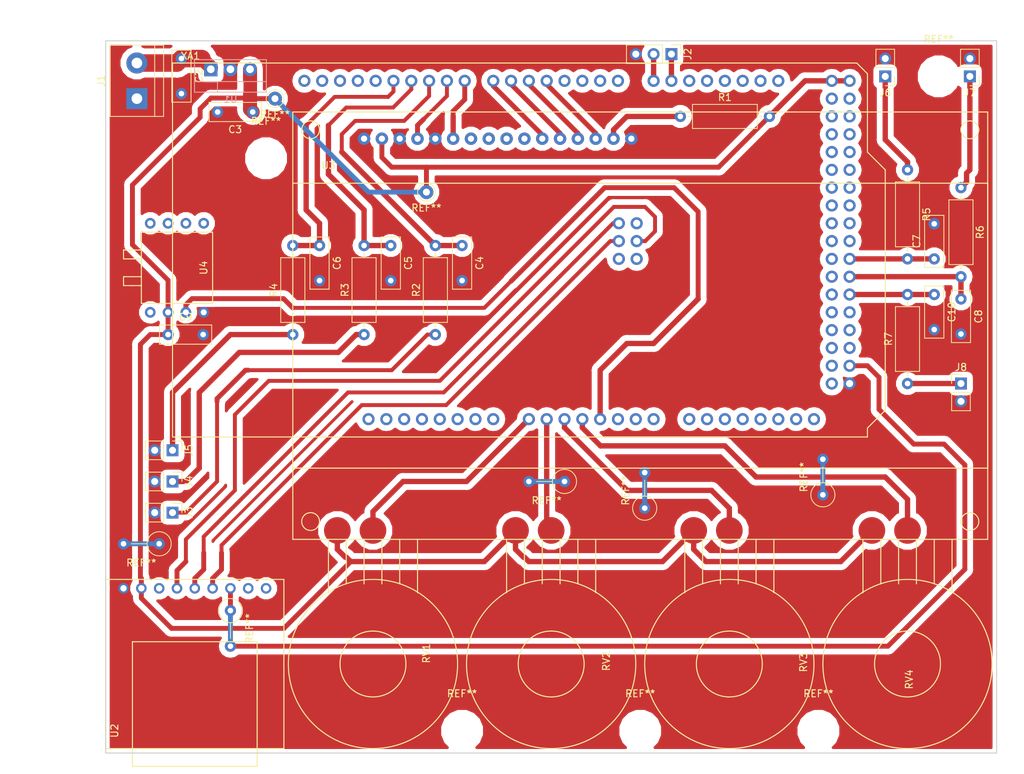
<source format=kicad_pcb>
(kicad_pcb (version 20171130) (host pcbnew 5.0.2+dfsg1-1~bpo9+1)
  (layers (0 F.Cu signal) (31 B.Cu signal) (34 B.Paste user) (35 F.Paste user) (36 B.SilkS user) (37 F.SilkS user) (38 B.Mask user) (39 F.Mask user) (44 Edge.Cuts user))
  (net 0 "")
  (net 1 "Net-(XA1-PadRST2)")
  (net 2 "Net-(XA1-PadGND4)")
  (net 3 "Net-(XA1-Pad5V2)")
  (net 4 "Net-(XA1-PadVIN)")
  (net 5 "Net-(XA1-PadGND3)")
  (net 6 "Net-(XA1-PadGND2)")
  (net 7 "Net-(XA1-Pad5V1)")
  (net 8 "Net-(XA1-Pad3V3)")
  (net 9 "Net-(XA1-PadRST1)")
  (net 10 "Net-(XA1-PadIORF)")
  (net 11 "Net-(XA1-PadD21)")
  (net 12 "Net-(XA1-PadD20)")
  (net 13 "Net-(XA1-PadD19)")
  (net 14 "Net-(XA1-PadD18)")
  (net 15 "Net-(XA1-PadD17)")
  (net 16 "Net-(XA1-PadD16)")
  (net 17 "Net-(XA1-PadD0)")
  (net 18 "Net-(XA1-PadD1)")
  (net 19 "Net-(XA1-PadD2)")
  (net 20 "Net-(XA1-PadD3)")
  (net 21 "Net-(XA1-PadGND1)")
  (net 22 "Net-(XA1-PadSCL)")
  (net 23 "Net-(XA1-PadSDA)")
  (net 24 "Net-(XA1-PadAREF)")
  (net 25 "Net-(XA1-PadD13)")
  (net 26 "Net-(XA1-PadA5)")
  (net 27 "Net-(XA1-PadA6)")
  (net 28 "Net-(XA1-PadA7)")
  (net 29 "Net-(XA1-PadA8)")
  (net 30 "Net-(XA1-PadA9)")
  (net 31 "Net-(XA1-PadA10)")
  (net 32 "Net-(XA1-PadA11)")
  (net 33 "Net-(XA1-PadA12)")
  (net 34 "Net-(XA1-PadA13)")
  (net 35 "Net-(XA1-PadA14)")
  (net 36 "Net-(XA1-PadA15)")
  (net 37 "Net-(XA1-PadD22)")
  (net 38 "Net-(XA1-PadD23)")
  (net 39 "Net-(XA1-PadD24)")
  (net 40 "Net-(XA1-PadD25)")
  (net 41 "Net-(XA1-PadD26)")
  (net 42 "Net-(XA1-PadD27)")
  (net 43 "Net-(XA1-PadD28)")
  (net 44 "Net-(XA1-PadD29)")
  (net 45 "Net-(XA1-PadD30)")
  (net 46 "Net-(XA1-PadD31)")
  (net 47 "Net-(XA1-PadD32)")
  (net 48 "Net-(XA1-PadD33)")
  (net 49 "Net-(XA1-PadD34)")
  (net 50 "Net-(XA1-PadD35)")
  (net 51 "Net-(XA1-PadD36)")
  (net 52 "Net-(XA1-PadD37)")
  (net 53 "Net-(XA1-PadD38)")
  (net 54 "Net-(XA1-PadD39)")
  (net 55 "Net-(XA1-PadD40)")
  (net 56 "Net-(XA1-PadD42)")
  (net 57 "Net-(XA1-PadD44)")
  (net 58 "Net-(XA1-PadD46)")
  (net 59 "Net-(XA1-PadD47)")
  (net 60 "Net-(XA1-PadD48)")
  (net 61 "Net-(XA1-PadD49)")
  (net 62 "Net-(XA1-PadD50)")
  (net 63 "Net-(XA1-PadD51)")
  (net 64 "Net-(XA1-PadD52)")
  (net 65 "Net-(XA1-PadGND5)")
  (net 66 +12V)
  (net 67 GND)
  (net 68 +5V)
  (net 69 /limSw)
  (net 70 /buzzer)
  (net 71 /errLight)
  (net 72 /button1)
  (net 73 /button2)
  (net 74 /roboClaw1)
  (net 75 /roboClaw2)
  (net 76 "Net-(J3-Pad1)")
  (net 77 "Net-(J4-Pad1)")
  (net 78 "Net-(J5-Pad1)")
  (net 79 "Net-(J6-Pad1)")
  (net 80 "Net-(J7-Pad1)")
  (net 81 "Net-(R1-Pad1)")
  (net 82 "Net-(U4-Pad1)")
  (net 83 "Net-(U4-Pad5)")
  (net 84 "Net-(U4-Pad6)")
  (net 85 /pressure)
  (net 86 "Net-(U4-Pad7)")
  (net 87 "Net-(U4-Pad8)")
  (net 88 /di)
  (net 89 /clk)
  (net 90 /pot1)
  (net 91 /db7)
  (net 92 /db6)
  (net 93 /db5)
  (net 94 /db4)
  (net 95 /e)
  (net 96 /rs)
  (net 97 /pot2)
  (net 98 /pot3)
  (net 99 /pot4)
  (net 100 /cs)
  (net 101 /do)
  (net 102 "Net-(U2-Pad1)")
  (net 103 "Net-(U2-Pad7)")
  (net 104 "Net-(U3-Pad7)")
  (net 105 "Net-(U3-Pad8)")
  (net 106 "Net-(U3-Pad9)")
  (net 107 "Net-(U3-Pad10)")
  (net 108 /button3)
  (net 109 "Net-(J8-Pad1)")
  (net 110 "Net-(U2-Pad2)")
  (module Resistor_THT:R_Axial_DIN0309_L9.0mm_D3.2mm_P5.08mm_Vertical (layer F.Cu) (at 47.625 107.315 270)
    (fp_text reference REF** (at 2.54 -2.72 270) (layer F.SilkS))
    (fp_text value R_Axial_DIN0309_L9.0mm_D3.2mm_P5.08mm_Vertical)
    (pad 1 thru_hole circle (at 0 0 270) (size 1.6 1.6) (drill 0.8) (layers *.Cu *.Mask) (net 100 /cs))
    (pad 2 thru_hole oval (at 5.08 0 270) (size 1.6 1.6) (drill 0.8) (layers *.Cu *.Mask) (net 100 /cs))
  )
  (module prototypeParts:microSDpololuBoard (layer F.Cu) (at 42.545 104.14 270)
    (fp_text reference U2 (at 20.32 11.43 270) (layer F.SilkS))
    (fp_text value microSDpololu)
    (pad 9 thru_hole circle (at 0 10.16 270) (size 1.5 1.5) (drill 0.9) (layers *.Cu *.Mask) (net 67 GND))
    (pad 8 thru_hole circle (at 0 7.62 270) (size 1.5 1.5) (drill 0.9) (layers *.Cu *.Mask) (net 68 +5V))
    (pad 7 thru_hole circle (at 0 5.08 270) (size 1.5 1.5) (drill 0.9) (layers *.Cu *.Mask) (net 103 "Net-(U2-Pad7)"))
    (pad 6 thru_hole circle (at 0 2.54 270) (size 1.5 1.5) (drill 0.9) (layers *.Cu *.Mask) (net 88 /di))
    (pad 5 thru_hole circle (at 0 0 270) (size 1.5 1.5) (drill 0.9) (layers *.Cu *.Mask) (net 101 /do))
    (pad 4 thru_hole circle (at 0 -2.54 270) (size 1.5 1.5) (drill 0.9) (layers *.Cu *.Mask) (net 89 /clk))
    (pad 3 thru_hole circle (at 0 -5.08 270) (size 1.5 1.5) (drill 0.9) (layers *.Cu *.Mask) (net 100 /cs))
    (pad 2 thru_hole circle (at 0 -7.62 270) (size 1.5 1.5) (drill 0.9) (layers *.Cu *.Mask) (net 110 "Net-(U2-Pad2)"))
    (pad 1 thru_hole circle (at 0 -10.16 270) (size 1.5 1.5) (drill 0.9) (layers *.Cu *.Mask) (net 102 "Net-(U2-Pad1)"))
  )
  (module Resistor_THT:R_Axial_DIN0309_L9.0mm_D3.2mm_P5.08mm_Vertical (layer F.Cu) (at 95.25 88.9 180)
    (fp_text reference REF** (at 2.54 -2.72 180) (layer F.SilkS))
    (fp_text value R_Axial_DIN0309_L9.0mm_D3.2mm_P5.08mm_Vertical)
    (pad 2 thru_hole oval (at 5.08 0 180) (size 1.6 1.6) (drill 0.8) (layers *.Cu *.Mask) (net 67 GND))
    (pad 1 thru_hole circle (at 0 0 180) (size 1.6 1.6) (drill 0.8) (layers *.Cu *.Mask) (net 67 GND))
  )
  (module Resistor_THT:R_Axial_DIN0309_L9.0mm_D3.2mm_P5.08mm_Vertical (layer F.Cu) (at 37.465 97.79 180)
    (fp_text reference REF** (at 2.54 -2.72 180) (layer F.SilkS))
    (fp_text value R_Axial_DIN0309_L9.0mm_D3.2mm_P5.08mm_Vertical)
    (pad 2 thru_hole oval (at 5.08 0 180) (size 1.6 1.6) (drill 0.8) (layers *.Cu *.Mask) (net 67 GND))
    (pad 1 thru_hole circle (at 0 0 180) (size 1.6 1.6) (drill 0.8) (layers *.Cu *.Mask) (net 67 GND))
  )
  (module Resistor_THT:R_Axial_DIN0309_L9.0mm_D3.2mm_P5.08mm_Vertical (layer F.Cu) (at 106.68 92.71 90)
    (fp_text reference REF** (at 2.54 -2.72 90) (layer F.SilkS))
    (fp_text value R_Axial_DIN0309_L9.0mm_D3.2mm_P5.08mm_Vertical)
    (pad 2 thru_hole oval (at 5.08 0 90) (size 1.6 1.6) (drill 0.8) (layers *.Cu *.Mask) (net 67 GND))
    (pad 1 thru_hole circle (at 0 0 90) (size 1.6 1.6) (drill 0.8) (layers *.Cu *.Mask) (net 67 GND))
  )
  (module Capacitor_THT:C_Rect_L7.2mm_W2.5mm_P5.00mm_FKS2_FKP2_MKS2_MKP2 (layer F.Cu) (at 60.325 55.245 270)
    (fp_text reference C6 (at 2.5 -2.5 270) (layer F.SilkS))
    (fp_text value C)
    (pad 2 thru_hole circle (at 5 0 270) (size 1.6 1.6) (drill 0.8) (layers *.Cu *.Mask) (net 67 GND))
    (pad 1 thru_hole circle (at 0 0 270) (size 1.6 1.6) (drill 0.8) (layers *.Cu *.Mask) (net 71 /errLight))
  )
  (module Capacitor_THT:C_Rect_L7.2mm_W2.5mm_P5.00mm_FKS2_FKP2_MKS2_MKP2 (layer F.Cu) (at 70.485 55.245 270)
    (fp_text reference C5 (at 2.5 -2.5 270) (layer F.SilkS))
    (fp_text value C)
    (pad 2 thru_hole circle (at 5 0 270) (size 1.6 1.6) (drill 0.8) (layers *.Cu *.Mask) (net 67 GND))
    (pad 1 thru_hole circle (at 0 0 270) (size 1.6 1.6) (drill 0.8) (layers *.Cu *.Mask) (net 70 /buzzer))
  )
  (module Capacitor_THT:C_Rect_L7.2mm_W2.5mm_P5.00mm_FKS2_FKP2_MKS2_MKP2 (layer F.Cu) (at 80.645 55.245 270)
    (fp_text reference C4 (at 2.5 -2.5 270) (layer F.SilkS))
    (fp_text value C)
    (pad 2 thru_hole circle (at 5 0 270) (size 1.6 1.6) (drill 0.8) (layers *.Cu *.Mask) (net 67 GND))
    (pad 1 thru_hole circle (at 0 0 270) (size 1.6 1.6) (drill 0.8) (layers *.Cu *.Mask) (net 69 /limSw))
  )
  (module Capacitor_THT:C_Rect_L7.2mm_W2.5mm_P5.00mm_FKS2_FKP2_MKS2_MKP2 (layer F.Cu) (at 40.64 28.575 270)
    (fp_text reference C2 (at 2.5 -2.5 270) (layer F.SilkS))
    (fp_text value C)
    (pad 2 thru_hole circle (at 5 0 270) (size 1.6 1.6) (drill 0.8) (layers *.Cu *.Mask) (net 67 GND))
    (pad 1 thru_hole circle (at 0 0 270) (size 1.6 1.6) (drill 0.8) (layers *.Cu *.Mask) (net 66 +12V))
  )
  (module Capacitor_THT:C_Rect_L7.2mm_W2.5mm_P5.00mm_FKS2_FKP2_MKS2_MKP2 (layer F.Cu) (at 50.8 36.195 180)
    (fp_text reference C3 (at 2.5 -2.5 180) (layer F.SilkS))
    (fp_text value C)
    (pad 2 thru_hole circle (at 5 0 180) (size 1.6 1.6) (drill 0.8) (layers *.Cu *.Mask) (net 67 GND))
    (pad 1 thru_hole circle (at 0 0 180) (size 1.6 1.6) (drill 0.8) (layers *.Cu *.Mask) (net 68 +5V))
  )
  (module Capacitor_THT:C_Rect_L7.2mm_W2.5mm_P5.00mm_FKS2_FKP2_MKS2_MKP2 (layer F.Cu) (at 147.955 57.15 90)
    (fp_text reference C7 (at 2.5 -2.5 90) (layer F.SilkS))
    (fp_text value C)
    (pad 2 thru_hole circle (at 5 0 90) (size 1.6 1.6) (drill 0.8) (layers *.Cu *.Mask) (net 67 GND))
    (pad 1 thru_hole circle (at 0 0 90) (size 1.6 1.6) (drill 0.8) (layers *.Cu *.Mask) (net 72 /button1))
  )
  (module Capacitor_THT:C_Rect_L7.2mm_W2.5mm_P5.00mm_FKS2_FKP2_MKS2_MKP2 (layer F.Cu) (at 151.765 62.865 270)
    (fp_text reference C8 (at 2.5 -2.5 270) (layer F.SilkS))
    (fp_text value C)
    (pad 2 thru_hole circle (at 5 0 270) (size 1.6 1.6) (drill 0.8) (layers *.Cu *.Mask) (net 67 GND))
    (pad 1 thru_hole circle (at 0 0 270) (size 1.6 1.6) (drill 0.8) (layers *.Cu *.Mask) (net 73 /button2))
  )
  (module Capacitor_THT:C_Rect_L7.2mm_W2.5mm_P5.00mm_FKS2_FKP2_MKS2_MKP2 (layer F.Cu) (at 38.735 67.945)
    (fp_text reference C9 (at 2.5 -2.5) (layer F.SilkS))
    (fp_text value C)
    (pad 2 thru_hole circle (at 5 0) (size 1.6 1.6) (drill 0.8) (layers *.Cu *.Mask) (net 67 GND))
    (pad 1 thru_hole circle (at 0 0) (size 1.6 1.6) (drill 0.8) (layers *.Cu *.Mask) (net 68 +5V))
  )
  (module TerminalBlock:TerminalBlock_bornier-2_P5.08mm (layer F.Cu) (at 34.29 34.29 90)
    (fp_text reference J1 (at 2.54 -5.08 90) (layer F.SilkS))
    (fp_text value Screw_Terminal_01x02)
    (pad 2 thru_hole circle (at 5.08 0 90) (size 3 3) (drill 1.52) (layers *.Cu *.Mask) (net 66 +12V))
    (pad 1 thru_hole rect (at 0 0 90) (size 3 3) (drill 1.52) (layers *.Cu *.Mask) (net 67 GND))
  )
  (module Connector_PinHeader_2.54mm:PinHeader_1x02_P2.54mm_Vertical (layer F.Cu) (at 39.37 93.345 270)
    (fp_text reference J3 (at 0 -2.33 270) (layer F.SilkS))
    (fp_text value Conn_01x02_Female)
    (pad 2 thru_hole oval (at 0 2.54 270) (size 1.7 1.7) (drill 1) (layers *.Cu *.Mask) (net 67 GND))
    (pad 1 thru_hole rect (at 0 0 270) (size 1.7 1.7) (drill 1) (layers *.Cu *.Mask) (net 76 "Net-(J3-Pad1)"))
  )
  (module Connector_PinHeader_2.54mm:PinHeader_1x02_P2.54mm_Vertical (layer F.Cu) (at 39.37 88.9 270)
    (fp_text reference J4 (at 0 -2.33 270) (layer F.SilkS))
    (fp_text value Conn_01x02_Female)
    (pad 2 thru_hole oval (at 0 2.54 270) (size 1.7 1.7) (drill 1) (layers *.Cu *.Mask) (net 67 GND))
    (pad 1 thru_hole rect (at 0 0 270) (size 1.7 1.7) (drill 1) (layers *.Cu *.Mask) (net 77 "Net-(J4-Pad1)"))
  )
  (module Connector_PinHeader_2.54mm:PinHeader_1x02_P2.54mm_Vertical (layer F.Cu) (at 39.37 84.455 270)
    (fp_text reference J5 (at 0 -2.33 270) (layer F.SilkS))
    (fp_text value Conn_01x02_Female)
    (pad 2 thru_hole oval (at 0 2.54 270) (size 1.7 1.7) (drill 1) (layers *.Cu *.Mask) (net 67 GND))
    (pad 1 thru_hole rect (at 0 0 270) (size 1.7 1.7) (drill 1) (layers *.Cu *.Mask) (net 78 "Net-(J5-Pad1)"))
  )
  (module Connector_PinHeader_2.54mm:PinHeader_1x02_P2.54mm_Vertical (layer F.Cu) (at 140.97 31.115 180)
    (fp_text reference J6 (at 0 -2.33 180) (layer F.SilkS))
    (fp_text value Conn_01x02_Female)
    (pad 2 thru_hole oval (at 0 2.54 180) (size 1.7 1.7) (drill 1) (layers *.Cu *.Mask) (net 67 GND))
    (pad 1 thru_hole rect (at 0 0 180) (size 1.7 1.7) (drill 1) (layers *.Cu *.Mask) (net 79 "Net-(J6-Pad1)"))
  )
  (module Connector_PinHeader_2.54mm:PinHeader_1x02_P2.54mm_Vertical (layer F.Cu) (at 153.035 31.115 180)
    (fp_text reference J7 (at 0 -2.33 180) (layer F.SilkS))
    (fp_text value Conn_01x02_Female)
    (pad 2 thru_hole oval (at 0 2.54 180) (size 1.7 1.7) (drill 1) (layers *.Cu *.Mask) (net 67 GND))
    (pad 1 thru_hole rect (at 0 0 180) (size 1.7 1.7) (drill 1) (layers *.Cu *.Mask) (net 80 "Net-(J7-Pad1)"))
  )
  (module Resistor_THT:R_Axial_DIN0309_L9.0mm_D3.2mm_P12.70mm_Horizontal (layer F.Cu) (at 111.76 36.83)
    (fp_text reference R1 (at 6.35 -2.72) (layer F.SilkS))
    (fp_text value R)
    (pad 2 thru_hole oval (at 12.7 0) (size 1.6 1.6) (drill 0.8) (layers *.Cu *.Mask) (net 68 +5V))
    (pad 1 thru_hole circle (at 0 0) (size 1.6 1.6) (drill 0.8) (layers *.Cu *.Mask) (net 81 "Net-(R1-Pad1)"))
  )
  (module Resistor_THT:R_Axial_DIN0309_L9.0mm_D3.2mm_P12.70mm_Horizontal (layer F.Cu) (at 76.835 67.945 90)
    (fp_text reference R2 (at 6.35 -2.72 90) (layer F.SilkS))
    (fp_text value R)
    (pad 2 thru_hole oval (at 12.7 0 90) (size 1.6 1.6) (drill 0.8) (layers *.Cu *.Mask) (net 69 /limSw))
    (pad 1 thru_hole circle (at 0 0 90) (size 1.6 1.6) (drill 0.8) (layers *.Cu *.Mask) (net 76 "Net-(J3-Pad1)"))
  )
  (module Resistor_THT:R_Axial_DIN0309_L9.0mm_D3.2mm_P12.70mm_Horizontal (layer F.Cu) (at 66.675 67.945 90)
    (fp_text reference R3 (at 6.35 -2.72 90) (layer F.SilkS))
    (fp_text value R)
    (pad 2 thru_hole oval (at 12.7 0 90) (size 1.6 1.6) (drill 0.8) (layers *.Cu *.Mask) (net 70 /buzzer))
    (pad 1 thru_hole circle (at 0 0 90) (size 1.6 1.6) (drill 0.8) (layers *.Cu *.Mask) (net 77 "Net-(J4-Pad1)"))
  )
  (module Resistor_THT:R_Axial_DIN0309_L9.0mm_D3.2mm_P12.70mm_Horizontal (layer F.Cu) (at 56.515 67.945 90)
    (fp_text reference R4 (at 6.35 -2.72 90) (layer F.SilkS))
    (fp_text value R)
    (pad 2 thru_hole oval (at 12.7 0 90) (size 1.6 1.6) (drill 0.8) (layers *.Cu *.Mask) (net 71 /errLight))
    (pad 1 thru_hole circle (at 0 0 90) (size 1.6 1.6) (drill 0.8) (layers *.Cu *.Mask) (net 78 "Net-(J5-Pad1)"))
  )
  (module Resistor_THT:R_Axial_DIN0309_L9.0mm_D3.2mm_P12.70mm_Horizontal (layer F.Cu) (at 144.145 44.45 270)
    (fp_text reference R5 (at 6.35 -2.72 270) (layer F.SilkS))
    (fp_text value R)
    (pad 2 thru_hole oval (at 12.7 0 270) (size 1.6 1.6) (drill 0.8) (layers *.Cu *.Mask) (net 72 /button1))
    (pad 1 thru_hole circle (at 0 0 270) (size 1.6 1.6) (drill 0.8) (layers *.Cu *.Mask) (net 79 "Net-(J6-Pad1)"))
  )
  (module Resistor_THT:R_Axial_DIN0309_L9.0mm_D3.2mm_P12.70mm_Horizontal (layer F.Cu) (at 151.765 46.99 270)
    (fp_text reference R6 (at 6.35 -2.72 270) (layer F.SilkS))
    (fp_text value R)
    (pad 2 thru_hole oval (at 12.7 0 270) (size 1.6 1.6) (drill 0.8) (layers *.Cu *.Mask) (net 73 /button2))
    (pad 1 thru_hole circle (at 0 0 270) (size 1.6 1.6) (drill 0.8) (layers *.Cu *.Mask) (net 80 "Net-(J7-Pad1)"))
  )
  (module prototypeParts:pot_panel_surface (layer F.Cu) (at 67.945 114.935 90)
    (fp_text reference RV1 (at 1.509999 7.62 90) (layer F.SilkS))
    (fp_text value R_POT_US)
    (pad 3 smd circle (at 19.05 5.08 90) (size 3.81 3.81) (layers F.Cu F.Paste F.Mask) (net 67 GND))
    (pad 2 smd circle (at 19.05 0 90) (size 3.81 3.81) (layers F.Cu F.Paste F.Mask) (net 90 /pot1))
    (pad 1 smd circle (at 19.05 -5.08 90) (size 3.81 3.81) (layers F.Cu F.Paste F.Mask) (net 68 +5V))
  )
  (module prototypeParts:pot_panel_surface (layer F.Cu) (at 93.345 114.935 90)
    (fp_text reference RV2 (at 0.409999 7.859999 90) (layer F.SilkS))
    (fp_text value R_POT_US)
    (pad 3 smd circle (at 19.05 5.08 90) (size 3.81 3.81) (layers F.Cu F.Paste F.Mask) (net 67 GND))
    (pad 2 smd circle (at 19.05 0 90) (size 3.81 3.81) (layers F.Cu F.Paste F.Mask) (net 97 /pot2))
    (pad 1 smd circle (at 19.05 -5.08 90) (size 3.81 3.81) (layers F.Cu F.Paste F.Mask) (net 68 +5V))
  )
  (module prototypeParts:pot_panel_surface (layer F.Cu) (at 118.745 114.935 90)
    (fp_text reference RV3 (at 0.239999 10.569999 90) (layer F.SilkS))
    (fp_text value R_POT_US)
    (pad 3 smd circle (at 19.05 5.08 90) (size 3.81 3.81) (layers F.Cu F.Paste F.Mask) (net 67 GND))
    (pad 2 smd circle (at 19.05 0 90) (size 3.81 3.81) (layers F.Cu F.Paste F.Mask) (net 98 /pot3))
    (pad 1 smd circle (at 19.05 -5.08 90) (size 3.81 3.81) (layers F.Cu F.Paste F.Mask) (net 68 +5V))
  )
  (module prototypeParts:pot_panel_surface (layer F.Cu) (at 144.145 114.935 90)
    (fp_text reference RV4 (at -2.200001 0.239999 90) (layer F.SilkS))
    (fp_text value R_POT_US)
    (pad 3 smd circle (at 19.05 5.08 90) (size 3.81 3.81) (layers F.Cu F.Paste F.Mask) (net 67 GND))
    (pad 2 smd circle (at 19.05 0 90) (size 3.81 3.81) (layers F.Cu F.Paste F.Mask) (net 99 /pot4))
    (pad 1 smd circle (at 19.05 -5.08 90) (size 3.81 3.81) (layers F.Cu F.Paste F.Mask) (net 68 +5V))
  )
  (module prototypeParts:lcd_4x20_screen_horizontal (layer F.Cu) (at 56.515 36.195)
    (fp_text reference U3 (at 5.08 7.62) (layer F.SilkS))
    (fp_text value NHD-0420AZ-FSW-GBW-33V3)
    (pad 16 thru_hole circle (at 48.26 3.81) (size 1.778 1.778) (drill 0.889) (layers *.Cu *.Mask) (net 67 GND))
    (pad 15 thru_hole circle (at 45.72 3.81) (size 1.778 1.778) (drill 0.889) (layers *.Cu *.Mask) (net 81 "Net-(R1-Pad1)"))
    (pad 14 thru_hole circle (at 43.18 3.81) (size 1.778 1.778) (drill 0.889) (layers *.Cu *.Mask) (net 91 /db7))
    (pad 13 thru_hole circle (at 40.64 3.81) (size 1.778 1.778) (drill 0.889) (layers *.Cu *.Mask) (net 92 /db6))
    (pad 12 thru_hole circle (at 38.1 3.81) (size 1.778 1.778) (drill 0.889) (layers *.Cu *.Mask) (net 93 /db5))
    (pad 11 thru_hole circle (at 35.56 3.81) (size 1.778 1.778) (drill 0.889) (layers *.Cu *.Mask) (net 94 /db4))
    (pad 10 thru_hole circle (at 33.02 3.81) (size 1.778 1.778) (drill 0.889) (layers *.Cu *.Mask) (net 107 "Net-(U3-Pad10)"))
    (pad 9 thru_hole circle (at 30.48 3.81) (size 1.778 1.778) (drill 0.889) (layers *.Cu *.Mask) (net 106 "Net-(U3-Pad9)"))
    (pad 8 thru_hole circle (at 27.94 3.81) (size 1.778 1.778) (drill 0.889) (layers *.Cu *.Mask) (net 105 "Net-(U3-Pad8)"))
    (pad 7 thru_hole circle (at 25.4 3.81) (size 1.778 1.778) (drill 0.889) (layers *.Cu *.Mask) (net 104 "Net-(U3-Pad7)"))
    (pad 6 thru_hole circle (at 22.86 3.81) (size 1.778 1.778) (drill 0.889) (layers *.Cu *.Mask) (net 95 /e))
    (pad 5 thru_hole circle (at 20.32 3.81) (size 1.778 1.778) (drill 0.889) (layers *.Cu *.Mask) (net 67 GND))
    (pad 4 thru_hole circle (at 17.78 3.81) (size 1.778 1.778) (drill 0.889) (layers *.Cu *.Mask) (net 96 /rs))
    (pad 3 thru_hole circle (at 15.24 3.81) (size 1.778 1.778) (drill 0.889) (layers *.Cu *.Mask) (net 67 GND))
    (pad 2 thru_hole circle (at 12.7 3.81) (size 1.778 1.778) (drill 0.889) (layers *.Cu *.Mask) (net 68 +5V))
    (pad 1 thru_hole circle (at 10.16 3.81) (size 1.778 1.778) (drill 0.889) (layers *.Cu *.Mask) (net 67 GND))
  )
  (module Capacitor_THT:C_Rect_L7.2mm_W2.5mm_P5.00mm_FKS2_FKP2_MKS2_MKP2 (layer F.Cu) (at 147.955 62.23 270)
    (fp_text reference C10 (at 2.5 -2.5 270) (layer F.SilkS))
    (fp_text value C)
    (pad 2 thru_hole circle (at 5 0 270) (size 1.6 1.6) (drill 0.8) (layers *.Cu *.Mask) (net 67 GND))
    (pad 1 thru_hole circle (at 0 0 270) (size 1.6 1.6) (drill 0.8) (layers *.Cu *.Mask) (net 108 /button3))
  )
  (module Connector_PinHeader_2.54mm:PinHeader_1x02_P2.54mm_Vertical (layer F.Cu) (at 151.765 74.93)
    (fp_text reference J8 (at 0 -2.33) (layer F.SilkS))
    (fp_text value Conn_01x02_Female)
    (pad 2 thru_hole oval (at 0 2.54) (size 1.7 1.7) (drill 1) (layers *.Cu *.Mask) (net 67 GND))
    (pad 1 thru_hole rect (at 0 0) (size 1.7 1.7) (drill 1) (layers *.Cu *.Mask) (net 109 "Net-(J8-Pad1)"))
  )
  (module Resistor_THT:R_Axial_DIN0309_L9.0mm_D3.2mm_P12.70mm_Horizontal (layer F.Cu) (at 144.145 74.93 90)
    (fp_text reference R7 (at 6.35 -2.72 90) (layer F.SilkS))
    (fp_text value R)
    (pad 2 thru_hole oval (at 12.7 0 90) (size 1.6 1.6) (drill 0.8) (layers *.Cu *.Mask) (net 108 /button3))
    (pad 1 thru_hole circle (at 0 0 90) (size 1.6 1.6) (drill 0.8) (layers *.Cu *.Mask) (net 109 "Net-(J8-Pad1)"))
  )
  (module Connector_PinHeader_2.54mm:PinHeader_1x03_P2.54mm_Vertical (layer F.Cu) (at 110.49 27.94 270)
    (fp_text reference J2 (at 0 -2.33 270) (layer F.SilkS))
    (fp_text value Conn_01x03_Female)
    (pad 3 thru_hole oval (at 0 5.08 270) (size 1.7 1.7) (drill 1) (layers *.Cu *.Mask) (net 67 GND))
    (pad 2 thru_hole oval (at 0 2.54 270) (size 1.7 1.7) (drill 1) (layers *.Cu *.Mask) (net 75 /roboClaw2))
    (pad 1 thru_hole rect (at 0 0 270) (size 1.7 1.7) (drill 1) (layers *.Cu *.Mask) (net 74 /roboClaw1))
  )
  (module prototypeParts:TO-220-3_Widened_Vertical (layer B.Cu) (at 45.085 30.099)
    (fp_text reference U1 (at 2.54 4.27) (layer B.SilkS) (effects (justify mirror)))
    (fp_text value L7805)
    (pad 3 thru_hole oval (at 5.334 0) (size 1.905 2) (drill 1.1) (layers *.Cu *.Mask) (net 68 +5V))
    (pad 2 thru_hole oval (at 2.54 0) (size 1.905 2) (drill 1.1) (layers *.Cu *.Mask) (net 67 GND))
    (pad 1 thru_hole rect (at -0.254 0) (size 1.905 2) (drill 1.1) (layers *.Cu *.Mask) (net 66 +12V))
  )
  (module ArduinoMegaHoleLess:Arduino_Mega2560_Shield (layer F.Cu) (at 39.37 82.55)
    (fp_text reference XA1 (at 2.54 -54.356) (layer F.SilkS))
    (fp_text value Arduino_Mega2560_Shield)
    (fp_text user . (at 62.484 -32.004) (layer F.SilkS))
    (pad MISO thru_hole oval (at 63.627 -30.48) (size 1.7272 1.7272) (drill 1.016) (layers *.Cu *.Mask) (net 101 /do))
    (pad GND6 thru_hole oval (at 96.52 -7.62) (size 1.7272 1.7272) (drill 1.016) (layers *.Cu *.Mask) (net 67 GND))
    (pad GND5 thru_hole oval (at 93.98 -7.62) (size 1.7272 1.7272) (drill 1.016) (layers *.Cu *.Mask) (net 65 "Net-(XA1-PadGND5)"))
    (pad D53 thru_hole oval (at 96.52 -10.16) (size 1.7272 1.7272) (drill 1.016) (layers *.Cu *.Mask) (net 100 /cs))
    (pad D52 thru_hole oval (at 93.98 -10.16) (size 1.7272 1.7272) (drill 1.016) (layers *.Cu *.Mask) (net 64 "Net-(XA1-PadD52)"))
    (pad D51 thru_hole oval (at 96.52 -12.7) (size 1.7272 1.7272) (drill 1.016) (layers *.Cu *.Mask) (net 63 "Net-(XA1-PadD51)"))
    (pad D50 thru_hole oval (at 93.98 -12.7) (size 1.7272 1.7272) (drill 1.016) (layers *.Cu *.Mask) (net 62 "Net-(XA1-PadD50)"))
    (pad D49 thru_hole oval (at 96.52 -15.24) (size 1.7272 1.7272) (drill 1.016) (layers *.Cu *.Mask) (net 61 "Net-(XA1-PadD49)"))
    (pad D48 thru_hole oval (at 93.98 -15.24) (size 1.7272 1.7272) (drill 1.016) (layers *.Cu *.Mask) (net 60 "Net-(XA1-PadD48)"))
    (pad D47 thru_hole oval (at 96.52 -17.78) (size 1.7272 1.7272) (drill 1.016) (layers *.Cu *.Mask) (net 59 "Net-(XA1-PadD47)"))
    (pad D46 thru_hole oval (at 93.98 -17.78) (size 1.7272 1.7272) (drill 1.016) (layers *.Cu *.Mask) (net 58 "Net-(XA1-PadD46)"))
    (pad D45 thru_hole oval (at 96.52 -20.32) (size 1.7272 1.7272) (drill 1.016) (layers *.Cu *.Mask) (net 108 /button3))
    (pad D44 thru_hole oval (at 93.98 -20.32) (size 1.7272 1.7272) (drill 1.016) (layers *.Cu *.Mask) (net 57 "Net-(XA1-PadD44)"))
    (pad D43 thru_hole oval (at 96.52 -22.86) (size 1.7272 1.7272) (drill 1.016) (layers *.Cu *.Mask) (net 73 /button2))
    (pad D42 thru_hole oval (at 93.98 -22.86) (size 1.7272 1.7272) (drill 1.016) (layers *.Cu *.Mask) (net 56 "Net-(XA1-PadD42)"))
    (pad D41 thru_hole oval (at 96.52 -25.4) (size 1.7272 1.7272) (drill 1.016) (layers *.Cu *.Mask) (net 72 /button1))
    (pad D40 thru_hole oval (at 93.98 -25.4) (size 1.7272 1.7272) (drill 1.016) (layers *.Cu *.Mask) (net 55 "Net-(XA1-PadD40)"))
    (pad D39 thru_hole oval (at 96.52 -27.94) (size 1.7272 1.7272) (drill 1.016) (layers *.Cu *.Mask) (net 54 "Net-(XA1-PadD39)"))
    (pad D38 thru_hole oval (at 93.98 -27.94) (size 1.7272 1.7272) (drill 1.016) (layers *.Cu *.Mask) (net 53 "Net-(XA1-PadD38)"))
    (pad D37 thru_hole oval (at 96.52 -30.48) (size 1.7272 1.7272) (drill 1.016) (layers *.Cu *.Mask) (net 52 "Net-(XA1-PadD37)"))
    (pad D36 thru_hole oval (at 93.98 -30.48) (size 1.7272 1.7272) (drill 1.016) (layers *.Cu *.Mask) (net 51 "Net-(XA1-PadD36)"))
    (pad D35 thru_hole oval (at 96.52 -33.02) (size 1.7272 1.7272) (drill 1.016) (layers *.Cu *.Mask) (net 50 "Net-(XA1-PadD35)"))
    (pad D34 thru_hole oval (at 93.98 -33.02) (size 1.7272 1.7272) (drill 1.016) (layers *.Cu *.Mask) (net 49 "Net-(XA1-PadD34)"))
    (pad D33 thru_hole oval (at 96.52 -35.56) (size 1.7272 1.7272) (drill 1.016) (layers *.Cu *.Mask) (net 48 "Net-(XA1-PadD33)"))
    (pad D32 thru_hole oval (at 93.98 -35.56) (size 1.7272 1.7272) (drill 1.016) (layers *.Cu *.Mask) (net 47 "Net-(XA1-PadD32)"))
    (pad D31 thru_hole oval (at 96.52 -38.1) (size 1.7272 1.7272) (drill 1.016) (layers *.Cu *.Mask) (net 46 "Net-(XA1-PadD31)"))
    (pad D30 thru_hole oval (at 93.98 -38.1) (size 1.7272 1.7272) (drill 1.016) (layers *.Cu *.Mask) (net 45 "Net-(XA1-PadD30)"))
    (pad D29 thru_hole oval (at 96.52 -40.64) (size 1.7272 1.7272) (drill 1.016) (layers *.Cu *.Mask) (net 44 "Net-(XA1-PadD29)"))
    (pad D28 thru_hole oval (at 93.98 -40.64) (size 1.7272 1.7272) (drill 1.016) (layers *.Cu *.Mask) (net 43 "Net-(XA1-PadD28)"))
    (pad D27 thru_hole oval (at 96.52 -43.18) (size 1.7272 1.7272) (drill 1.016) (layers *.Cu *.Mask) (net 42 "Net-(XA1-PadD27)"))
    (pad D26 thru_hole oval (at 93.98 -43.18) (size 1.7272 1.7272) (drill 1.016) (layers *.Cu *.Mask) (net 41 "Net-(XA1-PadD26)"))
    (pad D25 thru_hole oval (at 96.52 -45.72) (size 1.7272 1.7272) (drill 1.016) (layers *.Cu *.Mask) (net 40 "Net-(XA1-PadD25)"))
    (pad D24 thru_hole oval (at 93.98 -45.72) (size 1.7272 1.7272) (drill 1.016) (layers *.Cu *.Mask) (net 39 "Net-(XA1-PadD24)"))
    (pad D23 thru_hole oval (at 96.52 -48.26) (size 1.7272 1.7272) (drill 1.016) (layers *.Cu *.Mask) (net 38 "Net-(XA1-PadD23)"))
    (pad D22 thru_hole oval (at 93.98 -48.26) (size 1.7272 1.7272) (drill 1.016) (layers *.Cu *.Mask) (net 37 "Net-(XA1-PadD22)"))
    (pad 5V4 thru_hole oval (at 96.52 -50.8) (size 1.7272 1.7272) (drill 1.016) (layers *.Cu *.Mask) (net 68 +5V))
    (pad 5V3 thru_hole oval (at 93.98 -50.8) (size 1.7272 1.7272) (drill 1.016) (layers *.Cu *.Mask) (net 68 +5V))
    (pad A15 thru_hole oval (at 91.44 -2.54) (size 1.7272 1.7272) (drill 1.016) (layers *.Cu *.Mask) (net 36 "Net-(XA1-PadA15)"))
    (pad A14 thru_hole oval (at 88.9 -2.54) (size 1.7272 1.7272) (drill 1.016) (layers *.Cu *.Mask) (net 35 "Net-(XA1-PadA14)"))
    (pad A13 thru_hole oval (at 86.36 -2.54) (size 1.7272 1.7272) (drill 1.016) (layers *.Cu *.Mask) (net 34 "Net-(XA1-PadA13)"))
    (pad A12 thru_hole oval (at 83.82 -2.54) (size 1.7272 1.7272) (drill 1.016) (layers *.Cu *.Mask) (net 33 "Net-(XA1-PadA12)"))
    (pad A11 thru_hole oval (at 81.28 -2.54) (size 1.7272 1.7272) (drill 1.016) (layers *.Cu *.Mask) (net 32 "Net-(XA1-PadA11)"))
    (pad A10 thru_hole oval (at 78.74 -2.54) (size 1.7272 1.7272) (drill 1.016) (layers *.Cu *.Mask) (net 31 "Net-(XA1-PadA10)"))
    (pad A9 thru_hole oval (at 76.2 -2.54) (size 1.7272 1.7272) (drill 1.016) (layers *.Cu *.Mask) (net 30 "Net-(XA1-PadA9)"))
    (pad A8 thru_hole oval (at 73.66 -2.54) (size 1.7272 1.7272) (drill 1.016) (layers *.Cu *.Mask) (net 29 "Net-(XA1-PadA8)"))
    (pad A7 thru_hole oval (at 68.58 -2.54) (size 1.7272 1.7272) (drill 1.016) (layers *.Cu *.Mask) (net 28 "Net-(XA1-PadA7)"))
    (pad A6 thru_hole oval (at 66.04 -2.54) (size 1.7272 1.7272) (drill 1.016) (layers *.Cu *.Mask) (net 27 "Net-(XA1-PadA6)"))
    (pad A5 thru_hole oval (at 63.5 -2.54) (size 1.7272 1.7272) (drill 1.016) (layers *.Cu *.Mask) (net 26 "Net-(XA1-PadA5)"))
    (pad A4 thru_hole oval (at 60.96 -2.54) (size 1.7272 1.7272) (drill 1.016) (layers *.Cu *.Mask) (net 85 /pressure))
    (pad A3 thru_hole oval (at 58.42 -2.54) (size 1.7272 1.7272) (drill 1.016) (layers *.Cu *.Mask) (net 99 /pot4))
    (pad A2 thru_hole oval (at 55.88 -2.54) (size 1.7272 1.7272) (drill 1.016) (layers *.Cu *.Mask) (net 98 /pot3))
    (pad A1 thru_hole oval (at 53.34 -2.54) (size 1.7272 1.7272) (drill 1.016) (layers *.Cu *.Mask) (net 97 /pot2))
    (pad "" thru_hole oval (at 27.94 -2.54) (size 1.7272 1.7272) (drill 1.016) (layers *.Cu *.Mask))
    (pad D11 thru_hole oval (at 34.036 -50.8) (size 1.7272 1.7272) (drill 1.016) (layers *.Cu *.Mask) (net 70 /buzzer))
    (pad D12 thru_hole oval (at 31.496 -50.8) (size 1.7272 1.7272) (drill 1.016) (layers *.Cu *.Mask) (net 71 /errLight))
    (pad D13 thru_hole oval (at 28.956 -50.8) (size 1.7272 1.7272) (drill 1.016) (layers *.Cu *.Mask) (net 25 "Net-(XA1-PadD13)"))
    (pad AREF thru_hole oval (at 23.876 -50.8) (size 1.7272 1.7272) (drill 1.016) (layers *.Cu *.Mask) (net 24 "Net-(XA1-PadAREF)"))
    (pad SDA thru_hole oval (at 21.336 -50.8) (size 1.7272 1.7272) (drill 1.016) (layers *.Cu *.Mask) (net 23 "Net-(XA1-PadSDA)"))
    (pad SCL thru_hole oval (at 18.796 -50.8) (size 1.7272 1.7272) (drill 1.016) (layers *.Cu *.Mask) (net 22 "Net-(XA1-PadSCL)"))
    (pad D10 thru_hole oval (at 36.576 -50.8) (size 1.7272 1.7272) (drill 1.016) (layers *.Cu *.Mask) (net 69 /limSw))
    (pad D9 thru_hole oval (at 39.116 -50.8) (size 1.7272 1.7272) (drill 1.016) (layers *.Cu *.Mask) (net 96 /rs))
    (pad D8 thru_hole oval (at 41.656 -50.8) (size 1.7272 1.7272) (drill 1.016) (layers *.Cu *.Mask) (net 95 /e))
    (pad GND1 thru_hole oval (at 26.416 -50.8) (size 1.7272 1.7272) (drill 1.016) (layers *.Cu *.Mask) (net 21 "Net-(XA1-PadGND1)"))
    (pad D7 thru_hole oval (at 45.72 -50.8) (size 1.7272 1.7272) (drill 1.016) (layers *.Cu *.Mask) (net 94 /db4))
    (pad D6 thru_hole oval (at 48.26 -50.8) (size 1.7272 1.7272) (drill 1.016) (layers *.Cu *.Mask) (net 93 /db5))
    (pad D5 thru_hole oval (at 50.8 -50.8) (size 1.7272 1.7272) (drill 1.016) (layers *.Cu *.Mask) (net 92 /db6))
    (pad D4 thru_hole oval (at 53.34 -50.8) (size 1.7272 1.7272) (drill 1.016) (layers *.Cu *.Mask) (net 91 /db7))
    (pad D3 thru_hole oval (at 55.88 -50.8) (size 1.7272 1.7272) (drill 1.016) (layers *.Cu *.Mask) (net 20 "Net-(XA1-PadD3)"))
    (pad D2 thru_hole oval (at 58.42 -50.8) (size 1.7272 1.7272) (drill 1.016) (layers *.Cu *.Mask) (net 19 "Net-(XA1-PadD2)"))
    (pad D1 thru_hole oval (at 60.96 -50.8) (size 1.7272 1.7272) (drill 1.016) (layers *.Cu *.Mask) (net 18 "Net-(XA1-PadD1)"))
    (pad D0 thru_hole oval (at 63.5 -50.8) (size 1.7272 1.7272) (drill 1.016) (layers *.Cu *.Mask) (net 17 "Net-(XA1-PadD0)"))
    (pad D14 thru_hole oval (at 68.58 -50.8) (size 1.7272 1.7272) (drill 1.016) (layers *.Cu *.Mask) (net 75 /roboClaw2))
    (pad D15 thru_hole oval (at 71.12 -50.8) (size 1.7272 1.7272) (drill 1.016) (layers *.Cu *.Mask) (net 74 /roboClaw1))
    (pad D16 thru_hole oval (at 73.66 -50.8) (size 1.7272 1.7272) (drill 1.016) (layers *.Cu *.Mask) (net 16 "Net-(XA1-PadD16)"))
    (pad D17 thru_hole oval (at 76.2 -50.8) (size 1.7272 1.7272) (drill 1.016) (layers *.Cu *.Mask) (net 15 "Net-(XA1-PadD17)"))
    (pad D18 thru_hole oval (at 78.74 -50.8) (size 1.7272 1.7272) (drill 1.016) (layers *.Cu *.Mask) (net 14 "Net-(XA1-PadD18)"))
    (pad D19 thru_hole oval (at 81.28 -50.8) (size 1.7272 1.7272) (drill 1.016) (layers *.Cu *.Mask) (net 13 "Net-(XA1-PadD19)"))
    (pad D20 thru_hole oval (at 83.82 -50.8) (size 1.7272 1.7272) (drill 1.016) (layers *.Cu *.Mask) (net 12 "Net-(XA1-PadD20)"))
    (pad D21 thru_hole oval (at 86.36 -50.8) (size 1.7272 1.7272) (drill 1.016) (layers *.Cu *.Mask) (net 11 "Net-(XA1-PadD21)"))
    (pad IORF thru_hole oval (at 30.48 -2.54) (size 1.7272 1.7272) (drill 1.016) (layers *.Cu *.Mask) (net 10 "Net-(XA1-PadIORF)"))
    (pad RST1 thru_hole oval (at 33.02 -2.54) (size 1.7272 1.7272) (drill 1.016) (layers *.Cu *.Mask) (net 9 "Net-(XA1-PadRST1)"))
    (pad 3V3 thru_hole oval (at 35.56 -2.54) (size 1.7272 1.7272) (drill 1.016) (layers *.Cu *.Mask) (net 8 "Net-(XA1-Pad3V3)"))
    (pad 5V1 thru_hole oval (at 38.1 -2.54) (size 1.7272 1.7272) (drill 1.016) (layers *.Cu *.Mask) (net 7 "Net-(XA1-Pad5V1)"))
    (pad GND2 thru_hole oval (at 40.64 -2.54) (size 1.7272 1.7272) (drill 1.016) (layers *.Cu *.Mask) (net 6 "Net-(XA1-PadGND2)"))
    (pad GND3 thru_hole oval (at 43.18 -2.54) (size 1.7272 1.7272) (drill 1.016) (layers *.Cu *.Mask) (net 5 "Net-(XA1-PadGND3)"))
    (pad VIN thru_hole oval (at 45.72 -2.54) (size 1.7272 1.7272) (drill 1.016) (layers *.Cu *.Mask) (net 4 "Net-(XA1-PadVIN)"))
    (pad A0 thru_hole oval (at 50.8 -2.54) (size 1.7272 1.7272) (drill 1.016) (layers *.Cu *.Mask) (net 90 /pot1))
    (pad 5V2 thru_hole oval (at 66.167 -30.48) (size 1.7272 1.7272) (drill 1.016) (layers *.Cu *.Mask) (net 3 "Net-(XA1-Pad5V2)"))
    (pad SCK thru_hole oval (at 63.627 -27.94) (size 1.7272 1.7272) (drill 1.016) (layers *.Cu *.Mask) (net 89 /clk))
    (pad MOSI thru_hole oval (at 66.167 -27.94) (size 1.7272 1.7272) (drill 1.016) (layers *.Cu *.Mask) (net 88 /di))
    (pad GND4 thru_hole oval (at 66.167 -25.4) (size 1.7272 1.7272) (drill 1.016) (layers *.Cu *.Mask) (net 2 "Net-(XA1-PadGND4)"))
    (pad RST2 thru_hole oval (at 63.627 -25.4) (size 1.7272 1.7272) (drill 1.016) (layers *.Cu *.Mask) (net 1 "Net-(XA1-PadRST2)"))
  )
  (module MountingHole:MountingHole_4.3mm_M4 (layer F.Cu) (at 52.705 42.799)
    (fp_text reference REF** (at 0 -5.3) (layer F.SilkS))
    (fp_text value MountingHole_4.3mm_M4)
    (pad 1 np_thru_hole circle (at 0 0) (size 4.3 4.3) (drill 4.3) (layers *.Cu *.Mask))
  )
  (module MountingHole:MountingHole_4.3mm_M4 (layer F.Cu) (at 148.59 31.115)
    (fp_text reference REF** (at 0 -5.3) (layer F.SilkS))
    (fp_text value MountingHole_4.3mm_M4)
    (pad 1 np_thru_hole circle (at 0 0) (size 4.3 4.3) (drill 4.3) (layers *.Cu *.Mask))
  )
  (module MountingHole:MountingHole_4.3mm_M4 (layer F.Cu) (at 131.445 124.46)
    (fp_text reference REF** (at 0 -5.3) (layer F.SilkS))
    (fp_text value MountingHole_4.3mm_M4)
    (pad 1 np_thru_hole circle (at 0 0) (size 4.3 4.3) (drill 4.3) (layers *.Cu *.Mask))
  )
  (module MountingHole:MountingHole_4.3mm_M4 (layer F.Cu) (at 106.045 124.46)
    (fp_text reference REF** (at 0 -5.3) (layer F.SilkS))
    (fp_text value MountingHole_4.3mm_M4)
    (pad 1 np_thru_hole circle (at 0 0) (size 4.3 4.3) (drill 4.3) (layers *.Cu *.Mask))
  )
  (module MountingHole:MountingHole_4.3mm_M4 (layer F.Cu) (at 80.645 124.46)
    (fp_text reference REF** (at 0 -5.3) (layer F.SilkS))
    (fp_text value MountingHole_4.3mm_M4)
    (pad 1 np_thru_hole circle (at 0 0) (size 4.3 4.3) (drill 4.3) (layers *.Cu *.Mask))
  )
  (module Resistor_THT:R_Axial_DIN0309_L9.0mm_D3.2mm_P5.08mm_Vertical (layer F.Cu) (at 132.08 90.805 90)
    (fp_text reference REF** (at 2.54 -2.72 90) (layer F.SilkS))
    (fp_text value R_Axial_DIN0309_L9.0mm_D3.2mm_P5.08mm_Vertical)
    (pad 2 thru_hole oval (at 5.08 0 90) (size 1.6 1.6) (drill 0.8) (layers *.Cu *.Mask) (net 67 GND))
    (pad 1 thru_hole circle (at 0 0 90) (size 1.6 1.6) (drill 0.8) (layers *.Cu *.Mask) (net 67 GND))
  )
  (module prototypeParts:100MDA5_pressure_sensor (layer F.Cu) (at 36.195 64.77 90)
    (fp_text reference U4 (at 6.35 7.62 90) (layer F.SilkS))
    (fp_text value SSCDRRN100MDAA5)
    (pad 8 thru_hole circle (at 12.7 0 90) (size 1.524 1.524) (drill 0.85) (layers *.Cu *.Mask) (net 87 "Net-(U4-Pad8)"))
    (pad 7 thru_hole circle (at 12.7 2.54 90) (size 1.524 1.524) (drill 0.85) (layers *.Cu *.Mask) (net 86 "Net-(U4-Pad7)"))
    (pad 6 thru_hole circle (at 12.7 5.08 90) (size 1.524 1.524) (drill 0.85) (layers *.Cu *.Mask) (net 84 "Net-(U4-Pad6)"))
    (pad 5 thru_hole circle (at 12.7 7.62 90) (size 1.524 1.524) (drill 0.85) (layers *.Cu *.Mask) (net 83 "Net-(U4-Pad5)"))
    (pad 4 thru_hole circle (at 0 7.62 90) (size 1.524 1.524) (drill 0.85) (layers *.Cu *.Mask) (net 67 GND))
    (pad 3 thru_hole circle (at 0 5.08 90) (size 1.524 1.524) (drill 0.85) (layers *.Cu *.Mask) (net 85 /pressure))
    (pad 2 thru_hole circle (at 0 2.54 90) (size 1.524 1.524) (drill 0.85) (layers *.Cu *.Mask) (net 68 +5V))
    (pad 1 thru_hole circle (at 0 0 90) (size 1.524 1.524) (drill 0.85) (layers *.Cu *.Mask) (net 82 "Net-(U4-Pad1)"))
  )
  (module Connector_Pin:Pin_D1.0mm_L10.0mm (layer F.Cu) (at 75.565 47.625)
    (fp_text reference REF** (at 0 2.25) (layer F.SilkS))
    (fp_text value Pin_D1.0mm_L10.0mm)
    (pad 1 thru_hole circle (at 0 0) (size 2 2) (drill 1) (layers *.Cu *.Mask) (net 68 +5V))
  )
  (module Connector_Pin:Pin_D1.0mm_L10.0mm (layer F.Cu) (at 53.975 34.29)
    (fp_text reference REF** (at 0 2.25) (layer F.SilkS))
    (fp_text value Pin_D1.0mm_L10.0mm)
    (pad 1 thru_hole circle (at 0 0) (size 2 2) (drill 1) (layers *.Cu *.Mask) (net 68 +5V))
  )
  (gr_line (start 29.845 127.635) (end 29.845 26.035) (layer Edge.Cuts) (width 0.15))
  (gr_line (start 156.845 127.635) (end 29.845 127.635) (layer Edge.Cuts) (width 0.15))
  (gr_line (start 156.845 26.035) (end 156.845 127.635) (layer Edge.Cuts) (width 0.15))
  (gr_line (start 29.845 26.035) (end 156.845 26.035) (layer Edge.Cuts) (width 0.15))
  (segment (start 40.005 29.21) (end 40.64 28.575) (width 2.5) (layer F.Cu) (net 66))
  (segment (start 34.29 29.21) (end 40.005 29.21) (width 2.5) (layer F.Cu) (net 66))
  (segment (start 40.64 28.575) (end 43.561 28.575) (width 2.5) (layer F.Cu) (net 66))
  (segment (start 44.831 29.845) (end 43.561 28.575) (width 2) (layer F.Cu) (net 66))
  (segment (start 44.831 30.099) (end 44.831 29.845) (width 2) (layer F.Cu) (net 66))
  (segment (start 90.17 88.9) (end 95.25 88.9) (width 0.7) (layer B.Cu) (net 67))
  (segment (start 106.68 92.71) (end 106.68 87.63) (width 0.7) (layer B.Cu) (net 67))
  (segment (start 132.08 90.805) (end 132.08 85.725) (width 0.7) (layer B.Cu) (net 67))
  (segment (start 32.385 97.79) (end 37.465 97.79) (width 0.7) (layer B.Cu) (net 67))
  (segment (start 132.715 31.75) (end 133.35 31.75) (width 0.762) (layer F.Cu) (net 68))
  (segment (start 133.35 31.75) (end 135.89 31.75) (width 0.762) (layer F.Cu) (net 68))
  (segment (start 62.865 98.579076) (end 63.980924 99.695) (width 0.762) (layer F.Cu) (net 68))
  (segment (start 62.865 95.885) (end 62.865 98.579076) (width 0.762) (layer F.Cu) (net 68))
  (segment (start 63.980924 99.695) (end 64.135 99.695) (width 0.762) (layer F.Cu) (net 68))
  (segment (start 64.135 99.695) (end 64.77 100.33) (width 0.762) (layer F.Cu) (net 68))
  (segment (start 83.82 100.33) (end 88.265 95.885) (width 0.762) (layer F.Cu) (net 68))
  (segment (start 64.77 100.33) (end 83.82 100.33) (width 0.762) (layer F.Cu) (net 68))
  (segment (start 88.265 98.579076) (end 89.380924 99.695) (width 0.762) (layer F.Cu) (net 68))
  (segment (start 88.265 95.885) (end 88.265 98.579076) (width 0.762) (layer F.Cu) (net 68))
  (segment (start 89.380924 99.695) (end 89.535 99.695) (width 0.762) (layer F.Cu) (net 68))
  (segment (start 89.535 99.695) (end 90.17 100.33) (width 0.762) (layer F.Cu) (net 68))
  (segment (start 109.22 100.33) (end 113.665 95.885) (width 0.762) (layer F.Cu) (net 68))
  (segment (start 90.17 100.33) (end 109.22 100.33) (width 0.762) (layer F.Cu) (net 68))
  (segment (start 113.665 98.579076) (end 115.415924 100.33) (width 0.762) (layer F.Cu) (net 68))
  (segment (start 113.665 95.885) (end 113.665 98.579076) (width 0.762) (layer F.Cu) (net 68))
  (segment (start 134.62 100.33) (end 139.065 95.885) (width 0.762) (layer F.Cu) (net 68))
  (segment (start 115.415924 100.33) (end 134.62 100.33) (width 0.762) (layer F.Cu) (net 68))
  (segment (start 129.54 31.75) (end 133.35 31.75) (width 0.762) (layer F.Cu) (net 68))
  (segment (start 124.46 36.83) (end 129.54 31.75) (width 0.762) (layer F.Cu) (net 68))
  (segment (start 43.307 36.957) (end 33.655 46.609) (width 0.7) (layer F.Cu) (net 68))
  (segment (start 33.655 46.609) (end 33.655 55.118) (width 0.7) (layer F.Cu) (net 68))
  (segment (start 44.845663 34.206799) (end 50.081799 34.206799) (width 0.7) (layer F.Cu) (net 68))
  (segment (start 43.307 35.745462) (end 44.845663 34.206799) (width 0.7) (layer F.Cu) (net 68))
  (segment (start 43.307 36.957) (end 43.307 35.745462) (width 0.7) (layer F.Cu) (net 68))
  (segment (start 124.46 36.83) (end 117.221 44.069) (width 0.7) (layer F.Cu) (net 68))
  (segment (start 69.215 42.672) (end 69.215 40.005) (width 0.7) (layer F.Cu) (net 68))
  (segment (start 70.612 44.069) (end 69.215 42.672) (width 0.7) (layer F.Cu) (net 68))
  (segment (start 50.419 35.814) (end 50.8 36.195) (width 2) (layer F.Cu) (net 68))
  (segment (start 34.925 102.725787) (end 34.925 104.14) (width 0.7) (layer F.Cu) (net 68))
  (segment (start 34.791799 102.592586) (end 34.925 102.725787) (width 0.7) (layer F.Cu) (net 68))
  (segment (start 34.791799 69.348201) (end 34.791799 102.592586) (width 0.7) (layer F.Cu) (net 68))
  (segment (start 38.735 67.945) (end 38.735 64.77) (width 0.7) (layer F.Cu) (net 68))
  (segment (start 38.735 60.198) (end 33.655 55.118) (width 0.7) (layer F.Cu) (net 68))
  (segment (start 38.735 64.77) (end 38.735 60.198) (width 0.7) (layer F.Cu) (net 68))
  (segment (start 34.791799 69.348201) (end 36.195 67.945) (width 0.7) (layer F.Cu) (net 68))
  (segment (start 36.195 67.945) (end 38.735 67.945) (width 0.7) (layer F.Cu) (net 68))
  (segment (start 75.565 47.625) (end 75.565 44.069) (width 0.7) (layer F.Cu) (net 68))
  (segment (start 75.565 44.069) (end 70.612 44.069) (width 0.7) (layer F.Cu) (net 68))
  (segment (start 117.221 44.069) (end 75.565 44.069) (width 0.7) (layer F.Cu) (net 68))
  (segment (start 53.975 34.29) (end 50.419 34.29) (width 0.7) (layer F.Cu) (net 68))
  (segment (start 50.419 34.29) (end 50.419 35.814) (width 2) (layer F.Cu) (net 68))
  (segment (start 50.419 30.099) (end 50.419 34.29) (width 2) (layer F.Cu) (net 68))
  (segment (start 39.225787 109.855) (end 34.925 105.554213) (width 0.7) (layer F.Cu) (net 68))
  (segment (start 34.925 105.554213) (end 34.925 104.14) (width 0.7) (layer F.Cu) (net 68))
  (segment (start 55.245 109.855) (end 39.225787 109.855) (width 0.7) (layer F.Cu) (net 68))
  (segment (start 64.77 100.33) (end 55.245 109.855) (width 0.7) (layer F.Cu) (net 68))
  (segment (start 67.31 47.625) (end 53.975 34.29) (width 0.7) (layer B.Cu) (net 68))
  (segment (start 75.565 47.625) (end 67.31 47.625) (width 0.7) (layer B.Cu) (net 68))
  (segment (start 75.946 31.75) (end 75.946 33.909) (width 0.5588) (layer F.Cu) (net 69))
  (segment (start 75.946 33.909) (end 72.39 37.465) (width 0.5588) (layer F.Cu) (net 69))
  (segment (start 72.39 37.465) (end 65.405 37.465) (width 0.5588) (layer F.Cu) (net 69))
  (segment (start 65.405 37.465) (end 63.5 39.37) (width 0.5588) (layer F.Cu) (net 69))
  (segment (start 63.5 41.91) (end 76.835 55.245) (width 0.762) (layer F.Cu) (net 69))
  (segment (start 63.5 39.37) (end 63.5 41.91) (width 0.5588) (layer F.Cu) (net 69))
  (segment (start 76.835 55.245) (end 80.645 55.245) (width 0.762) (layer F.Cu) (net 69))
  (segment (start 73.406 32.971314) (end 70.817314 35.56) (width 0.5588) (layer F.Cu) (net 70))
  (segment (start 73.406 31.75) (end 73.406 32.971314) (width 0.5588) (layer F.Cu) (net 70))
  (segment (start 70.817314 35.56) (end 64.135 35.56) (width 0.5588) (layer F.Cu) (net 70))
  (segment (start 64.135 35.56) (end 61.595 38.1) (width 0.5588) (layer F.Cu) (net 70))
  (segment (start 61.595 38.1) (end 61.595 45.085) (width 0.762) (layer F.Cu) (net 70))
  (segment (start 66.675 50.165) (end 66.675 55.245) (width 0.762) (layer F.Cu) (net 70))
  (segment (start 61.595 45.085) (end 66.675 50.165) (width 0.762) (layer F.Cu) (net 70))
  (segment (start 66.675 55.245) (end 70.485 55.245) (width 0.762) (layer F.Cu) (net 70))
  (segment (start 70.07861 34.06139) (end 70.05322 34.036) (width 0.5588) (layer F.Cu) (net 71))
  (segment (start 70.05322 34.036) (end 62.484 34.036) (width 0.5588) (layer F.Cu) (net 71))
  (segment (start 70.866 33.274) (end 70.07861 34.06139) (width 0.5588) (layer F.Cu) (net 71))
  (segment (start 70.866 31.75) (end 70.866 33.274) (width 0.5588) (layer F.Cu) (net 71))
  (segment (start 62.484 34.036) (end 58.42 38.1) (width 0.5588) (layer F.Cu) (net 71))
  (segment (start 60.325 55.245) (end 56.515 55.245) (width 0.762) (layer F.Cu) (net 71))
  (segment (start 58.42 50.165) (end 60.325 52.07) (width 0.762) (layer F.Cu) (net 71))
  (segment (start 60.325 52.07) (end 60.325 55.245) (width 0.762) (layer F.Cu) (net 71))
  (segment (start 58.42 38.1) (end 58.42 50.165) (width 0.762) (layer F.Cu) (net 71))
  (segment (start 147.955 57.15) (end 144.145 57.15) (width 0.762) (layer F.Cu) (net 72))
  (segment (start 144.145 57.15) (end 135.89 57.15) (width 0.762) (layer F.Cu) (net 72))
  (segment (start 151.765 62.865) (end 151.765 59.69) (width 0.762) (layer F.Cu) (net 73))
  (segment (start 135.89 59.69) (end 151.765 59.69) (width 0.762) (layer F.Cu) (net 73))
  (segment (start 110.49 27.94) (end 110.49 31.75) (width 0.762) (layer F.Cu) (net 74))
  (segment (start 107.95 27.94) (end 107.95 31.75) (width 0.762) (layer F.Cu) (net 75))
  (segment (start 75.70363 67.945) (end 70.62363 73.025) (width 0.5588) (layer F.Cu) (net 76))
  (segment (start 76.835 67.945) (end 75.70363 67.945) (width 0.5588) (layer F.Cu) (net 76))
  (segment (start 70.62363 73.025) (end 50.165 73.025) (width 0.5588) (layer F.Cu) (net 76))
  (segment (start 45.72 77.47) (end 45.72 88.9) (width 0.5588) (layer F.Cu) (net 76))
  (segment (start 41.275 93.345) (end 39.37 93.345) (width 0.5588) (layer F.Cu) (net 76))
  (segment (start 45.72 88.9) (end 41.275 93.345) (width 0.5588) (layer F.Cu) (net 76))
  (segment (start 50.165 73.025) (end 49.784 73.025) (width 0.7) (layer F.Cu) (net 76))
  (segment (start 45.72 77.089) (end 45.72 77.47) (width 0.7) (layer F.Cu) (net 76))
  (segment (start 49.784 73.025) (end 45.72 77.089) (width 0.7) (layer F.Cu) (net 76))
  (segment (start 65.54363 67.945) (end 63.00363 70.485) (width 0.762) (layer F.Cu) (net 77))
  (segment (start 66.675 67.945) (end 65.54363 67.945) (width 0.762) (layer F.Cu) (net 77))
  (segment (start 63.00363 70.485) (end 48.895 70.485) (width 0.762) (layer F.Cu) (net 77))
  (segment (start 48.895 70.485) (end 43.18 76.2) (width 0.762) (layer F.Cu) (net 77))
  (segment (start 43.18 76.2) (end 43.18 86.995) (width 0.762) (layer F.Cu) (net 77))
  (segment (start 41.275 88.9) (end 39.37 88.9) (width 0.762) (layer F.Cu) (net 77))
  (segment (start 43.18 86.995) (end 41.275 88.9) (width 0.762) (layer F.Cu) (net 77))
  (segment (start 56.515 67.945) (end 47.625 67.945) (width 0.762) (layer F.Cu) (net 78))
  (segment (start 39.37 76.2) (end 39.37 84.455) (width 0.762) (layer F.Cu) (net 78))
  (segment (start 47.625 67.945) (end 39.37 76.2) (width 0.762) (layer F.Cu) (net 78))
  (segment (start 144.145 43.31863) (end 140.97 40.14363) (width 0.762) (layer F.Cu) (net 79))
  (segment (start 144.145 44.45) (end 144.145 43.31863) (width 0.762) (layer F.Cu) (net 79))
  (segment (start 140.97 40.14363) (end 140.97 31.115) (width 0.762) (layer F.Cu) (net 79))
  (segment (start 152.564999 46.190001) (end 152.564999 44.920001) (width 0.762) (layer F.Cu) (net 80))
  (segment (start 151.765 46.99) (end 152.564999 46.190001) (width 0.762) (layer F.Cu) (net 80))
  (segment (start 153.035 44.45) (end 153.035 31.115) (width 0.762) (layer F.Cu) (net 80))
  (segment (start 152.564999 44.920001) (end 153.035 44.45) (width 0.762) (layer F.Cu) (net 80))
  (segment (start 102.235 38.735) (end 102.235 40.005) (width 0.762) (layer F.Cu) (net 81))
  (segment (start 104.14 36.83) (end 102.235 38.735) (width 0.762) (layer F.Cu) (net 81))
  (segment (start 111.76 36.83) (end 104.14 36.83) (width 0.762) (layer F.Cu) (net 81))
  (segment (start 104.14 69.215) (end 100.33 73.025) (width 0.762) (layer F.Cu) (net 85))
  (segment (start 100.33 73.025) (end 100.33 80.01) (width 0.762) (layer F.Cu) (net 85))
  (segment (start 107.95 69.215) (end 104.14 69.215) (width 0.762) (layer F.Cu) (net 85))
  (segment (start 114.3 62.865) (end 107.95 69.215) (width 0.762) (layer F.Cu) (net 85))
  (segment (start 83.82 64.135) (end 87.63 60.325) (width 0.5588) (layer F.Cu) (net 85))
  (segment (start 56.515 64.135) (end 83.82 64.135) (width 0.5588) (layer F.Cu) (net 85))
  (segment (start 100.965 46.99) (end 87.63 60.325) (width 0.7) (layer F.Cu) (net 85))
  (segment (start 110.871 46.99) (end 100.965 46.99) (width 0.7) (layer F.Cu) (net 85))
  (segment (start 114.3 50.419) (end 110.871 46.99) (width 0.7) (layer F.Cu) (net 85))
  (segment (start 114.3 62.865) (end 114.3 50.419) (width 0.7) (layer F.Cu) (net 85))
  (segment (start 55.199799 62.819799) (end 56.515 64.135) (width 0.7) (layer F.Cu) (net 85))
  (segment (start 42.147571 62.819799) (end 55.199799 62.819799) (width 0.7) (layer F.Cu) (net 85))
  (segment (start 41.275 63.69237) (end 42.147571 62.819799) (width 0.7) (layer F.Cu) (net 85))
  (segment (start 41.275 64.77) (end 41.275 63.69237) (width 0.7) (layer F.Cu) (net 85))
  (segment (start 41.275 97.155) (end 41.275 100.33) (width 0.5588) (layer F.Cu) (net 88))
  (segment (start 48.26 90.17) (end 41.275 97.155) (width 0.5588) (layer F.Cu) (net 88))
  (segment (start 48.26 79.375) (end 48.26 90.17) (width 0.5588) (layer F.Cu) (net 88))
  (segment (start 108.153001 51.159361) (end 106.726641 49.733001) (width 0.5588) (layer F.Cu) (net 88))
  (segment (start 53.08599 74.54901) (end 48.26 79.375) (width 0.5588) (layer F.Cu) (net 88))
  (segment (start 108.153001 53.215313) (end 108.153001 51.159361) (width 0.5588) (layer F.Cu) (net 88))
  (segment (start 102.282274 49.733001) (end 77.466265 74.54901) (width 0.5588) (layer F.Cu) (net 88))
  (segment (start 105.537 54.61) (end 106.758314 54.61) (width 0.5588) (layer F.Cu) (net 88))
  (segment (start 106.726641 49.733001) (end 102.282274 49.733001) (width 0.5588) (layer F.Cu) (net 88))
  (segment (start 106.758314 54.61) (end 108.153001 53.215313) (width 0.5588) (layer F.Cu) (net 88))
  (segment (start 77.466265 74.54901) (end 53.08599 74.54901) (width 0.5588) (layer F.Cu) (net 88))
  (segment (start 40.005 101.6) (end 41.275 100.33) (width 0.7) (layer F.Cu) (net 88))
  (segment (start 40.005 104.14) (end 40.005 101.6) (width 0.7) (layer F.Cu) (net 88))
  (segment (start 46.355 97.99523) (end 46.355 99.072765) (width 0.5588) (layer F.Cu) (net 89))
  (segment (start 102.997 54.61) (end 101.775686 54.61) (width 0.5588) (layer F.Cu) (net 89))
  (segment (start 101.775686 54.61) (end 78.382287 78.003399) (width 0.5588) (layer F.Cu) (net 89))
  (segment (start 78.382287 78.003399) (end 66.346831 78.003399) (width 0.5588) (layer F.Cu) (net 89))
  (segment (start 66.346831 78.003399) (end 46.355 97.99523) (width 0.5588) (layer F.Cu) (net 89))
  (segment (start 46.355 101.455787) (end 46.355 99.072765) (width 0.7) (layer F.Cu) (net 89))
  (segment (start 45.085 102.725787) (end 46.355 101.455787) (width 0.7) (layer F.Cu) (net 89))
  (segment (start 45.085 104.14) (end 45.085 102.725787) (width 0.7) (layer F.Cu) (net 89))
  (segment (start 67.945 93.190924) (end 72.235924 88.9) (width 0.762) (layer F.Cu) (net 90))
  (segment (start 67.945 95.885) (end 67.945 93.190924) (width 0.762) (layer F.Cu) (net 90))
  (segment (start 81.28 88.9) (end 90.17 80.01) (width 0.762) (layer F.Cu) (net 90))
  (segment (start 72.235924 88.9) (end 81.28 88.9) (width 0.762) (layer F.Cu) (net 90))
  (segment (start 92.71 32.246666) (end 92.71 31.75) (width 0.7) (layer F.Cu) (net 91))
  (segment (start 99.695 39.231666) (end 92.71 32.246666) (width 0.7) (layer F.Cu) (net 91))
  (segment (start 99.695 40.005) (end 99.695 39.231666) (width 0.7) (layer F.Cu) (net 91))
  (segment (start 90.17 32.246666) (end 90.17 31.75) (width 0.7) (layer F.Cu) (net 92))
  (segment (start 97.155 39.231666) (end 90.17 32.246666) (width 0.7) (layer F.Cu) (net 92))
  (segment (start 97.155 40.005) (end 97.155 39.231666) (width 0.7) (layer F.Cu) (net 92))
  (segment (start 87.63 32.246666) (end 87.63 31.75) (width 0.7) (layer F.Cu) (net 93))
  (segment (start 94.615 39.231666) (end 87.63 32.246666) (width 0.7) (layer F.Cu) (net 93))
  (segment (start 94.615 40.005) (end 94.615 39.231666) (width 0.7) (layer F.Cu) (net 93))
  (segment (start 85.09 32.485742) (end 85.09 31.75) (width 0.7) (layer F.Cu) (net 94))
  (segment (start 92.075 39.470742) (end 85.09 32.485742) (width 0.7) (layer F.Cu) (net 94))
  (segment (start 92.075 40.005) (end 92.075 39.470742) (width 0.7) (layer F.Cu) (net 94))
  (segment (start 79.375 40.005) (end 79.375 36.83) (width 0.762) (layer F.Cu) (net 95))
  (segment (start 79.375 36.83) (end 79.375 36.068) (width 0.7) (layer F.Cu) (net 95))
  (segment (start 79.375 36.068) (end 81.026 34.417) (width 0.7) (layer F.Cu) (net 95))
  (segment (start 81.026 34.417) (end 81.026 31.75) (width 0.7) (layer F.Cu) (net 95))
  (segment (start 78.486 33.909) (end 78.486 31.75) (width 0.5588) (layer F.Cu) (net 96))
  (segment (start 75.183999 37.211001) (end 78.486 33.909) (width 0.5588) (layer F.Cu) (net 96))
  (segment (start 74.295 38.1) (end 75.183999 37.211001) (width 0.7) (layer F.Cu) (net 96))
  (segment (start 74.295 40.005) (end 74.295 38.1) (width 0.7) (layer F.Cu) (net 96))
  (segment (start 92.71 95.25) (end 93.345 95.885) (width 0.762) (layer F.Cu) (net 97))
  (segment (start 92.71 80.01) (end 92.71 95.25) (width 0.762) (layer F.Cu) (net 97))
  (segment (start 95.25 80.01) (end 95.25 81.231314) (width 0.762) (layer F.Cu) (net 98))
  (segment (start 118.745 92.71) (end 118.745 95.885) (width 0.762) (layer F.Cu) (net 98))
  (segment (start 104.188686 90.17) (end 116.205 90.17) (width 0.762) (layer F.Cu) (net 98))
  (segment (start 95.25 81.231314) (end 104.188686 90.17) (width 0.762) (layer F.Cu) (net 98))
  (segment (start 116.205 90.17) (end 118.745 92.71) (width 0.762) (layer F.Cu) (net 98))
  (segment (start 97.79 81.231314) (end 100.378686 83.82) (width 0.762) (layer F.Cu) (net 99))
  (segment (start 97.79 80.01) (end 97.79 81.231314) (width 0.762) (layer F.Cu) (net 99))
  (segment (start 100.378686 83.82) (end 118.11 83.82) (width 0.762) (layer F.Cu) (net 99))
  (segment (start 118.11 83.82) (end 122.555 88.265) (width 0.762) (layer F.Cu) (net 99))
  (segment (start 122.555 88.265) (end 140.97 88.265) (width 0.762) (layer F.Cu) (net 99))
  (segment (start 140.97 88.265) (end 144.145 91.44) (width 0.762) (layer F.Cu) (net 99))
  (segment (start 144.145 91.44) (end 144.145 95.885) (width 0.762) (layer F.Cu) (net 99))
  (segment (start 47.625 107.315) (end 47.625 104.14) (width 0.7) (layer F.Cu) (net 100))
  (segment (start 140.081 74.041) (end 138.43 72.39) (width 0.7) (layer F.Cu) (net 100))
  (segment (start 145.034 83.566) (end 140.081 78.613) (width 0.7) (layer F.Cu) (net 100))
  (segment (start 140.081 78.613) (end 140.081 74.041) (width 0.7) (layer F.Cu) (net 100))
  (segment (start 149.352 83.566) (end 145.034 83.566) (width 0.7) (layer F.Cu) (net 100))
  (segment (start 47.625 112.395) (end 141.351 112.395) (width 0.7) (layer F.Cu) (net 100))
  (segment (start 138.43 72.39) (end 135.89 72.39) (width 0.7) (layer F.Cu) (net 100))
  (segment (start 141.351 112.395) (end 152.318201 101.427799) (width 0.7) (layer F.Cu) (net 100))
  (segment (start 152.318201 101.427799) (end 152.318201 86.532201) (width 0.7) (layer F.Cu) (net 100))
  (segment (start 152.318201 86.532201) (end 149.352 83.566) (width 0.7) (layer F.Cu) (net 100))
  (segment (start 47.625 112.395) (end 47.625 107.315) (width 0.7) (layer B.Cu) (net 100))
  (segment (start 64.385275 76.2) (end 43.815 96.770275) (width 0.5588) (layer F.Cu) (net 101))
  (segment (start 78.030411 76.2) (end 64.385275 76.2) (width 0.5588) (layer F.Cu) (net 101))
  (segment (start 102.160411 52.07) (end 78.030411 76.2) (width 0.5588) (layer F.Cu) (net 101))
  (segment (start 102.997 52.07) (end 102.160411 52.07) (width 0.5588) (layer F.Cu) (net 101))
  (segment (start 43.815 96.770275) (end 43.815 99.072765) (width 0.5588) (layer F.Cu) (net 101))
  (segment (start 43.815 101.455787) (end 43.815 99.072765) (width 0.7) (layer F.Cu) (net 101))
  (segment (start 42.545 102.725787) (end 43.815 101.455787) (width 0.7) (layer F.Cu) (net 101))
  (segment (start 42.545 104.14) (end 42.545 102.725787) (width 0.7) (layer F.Cu) (net 101))
  (segment (start 147.955 62.23) (end 144.145 62.23) (width 0.762) (layer F.Cu) (net 108))
  (segment (start 135.89 62.23) (end 144.145 62.23) (width 0.762) (layer F.Cu) (net 108))
  (segment (start 144.145 74.93) (end 151.765 74.93) (width 0.762) (layer F.Cu) (net 109))
  (zone (net 67) (net_name GND) (layer F.Cu) (priority 3) (connect_pads yes (clearance 0.508)) (min_thickness 0.381) (fill yes (arc_segments 16) (thermal_gap 0.508) (thermal_bridge_width 0.762))
    (polygon (pts (xy 29.845 26.035) (xy 156.845 26.035) (xy 156.845 127.635) (xy 29.845 127.635)))
  )
  (zone (net 0) (net_name "") (layer F.Cu) (priority 3) (connect_pads (clearance 0.508)) (min_thickness 0.381) (fill yes (arc_segments 16) (thermal_gap 0.508) (thermal_bridge_width 0.762))
    (polygon (pts (xy 29.21 25.4) (xy 157.48 25.4) (xy 157.48 128.27) (xy 29.21 128.27)))
  )
)
</source>
